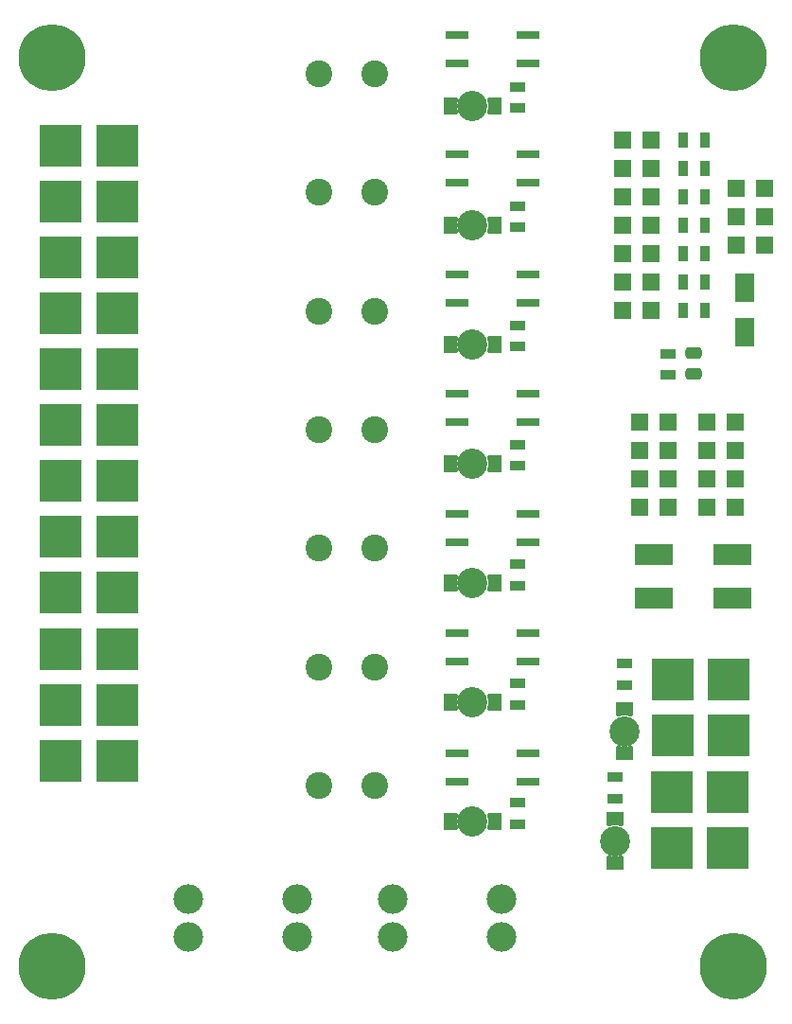
<source format=gbr>
%TF.GenerationSoftware,KiCad,Pcbnew,6.0.11+dfsg-1~bpo11+1*%
%TF.CreationDate,2023-04-13T01:07:49+00:00*%
%TF.ProjectId,ISO11446PWR01,49534f31-3134-4343-9650-575230312e6b,rev?*%
%TF.SameCoordinates,Original*%
%TF.FileFunction,Soldermask,Bot*%
%TF.FilePolarity,Negative*%
%FSLAX46Y46*%
G04 Gerber Fmt 4.6, Leading zero omitted, Abs format (unit mm)*
G04 Created by KiCad (PCBNEW 6.0.11+dfsg-1~bpo11+1) date 2023-04-13 01:07:49*
%MOMM*%
%LPD*%
G01*
G04 APERTURE LIST*
G04 Aperture macros list*
%AMRoundRect*
0 Rectangle with rounded corners*
0 $1 Rounding radius*
0 $2 $3 $4 $5 $6 $7 $8 $9 X,Y pos of 4 corners*
0 Add a 4 corners polygon primitive as box body*
4,1,4,$2,$3,$4,$5,$6,$7,$8,$9,$2,$3,0*
0 Add four circle primitives for the rounded corners*
1,1,$1+$1,$2,$3*
1,1,$1+$1,$4,$5*
1,1,$1+$1,$6,$7*
1,1,$1+$1,$8,$9*
0 Add four rect primitives between the rounded corners*
20,1,$1+$1,$2,$3,$4,$5,0*
20,1,$1+$1,$4,$5,$6,$7,0*
20,1,$1+$1,$6,$7,$8,$9,0*
20,1,$1+$1,$8,$9,$2,$3,0*%
%AMFreePoly0*
4,1,23,0.405000,0.745865,0.430885,0.748318,0.514326,0.717475,0.576139,0.653497,0.604092,0.569043,0.592655,0.480821,0.586333,0.471118,0.535041,0.293601,0.507443,0.099107,0.507318,-0.097336,0.534670,-0.291865,0.585847,-0.469827,0.592286,-0.479814,0.603303,-0.568089,0.574948,-0.652409,0.512833,-0.716092,0.429245,-0.746538,0.405000,-0.744124,0.405000,-0.750000,-0.645000,-0.750000,
-0.645000,0.750000,0.405000,0.750000,0.405000,0.745865,0.405000,0.745865,$1*%
G04 Aperture macros list end*
%ADD10R,3.810000X3.810000*%
%ADD11C,6.000000*%
%ADD12C,2.400000*%
%ADD13C,2.650000*%
%ADD14R,1.524000X1.524000*%
%ADD15C,2.700000*%
%ADD16FreePoly0,180.000000*%
%ADD17FreePoly0,0.000000*%
%ADD18R,0.889000X1.397000*%
%ADD19R,2.000000X0.640000*%
%ADD20R,1.397000X0.889000*%
%ADD21FreePoly0,90.000000*%
%ADD22FreePoly0,270.000000*%
%ADD23R,3.400000X1.900000*%
%ADD24RoundRect,0.250000X-0.475000X0.250000X-0.475000X-0.250000X0.475000X-0.250000X0.475000X0.250000X0*%
%ADD25R,1.800000X2.500000*%
G04 APERTURE END LIST*
D10*
%TO.C,J3*%
X15928100Y73544000D03*
X10928100Y73544000D03*
%TD*%
D11*
%TO.C,M2*%
X71120000Y91440000D03*
%TD*%
D10*
%TO.C,J4*%
X10928100Y68544000D03*
X15928100Y68544000D03*
%TD*%
D11*
%TO.C,M4*%
X71120000Y10160000D03*
%TD*%
D10*
%TO.C,J21*%
X65597750Y20712000D03*
X70597750Y20712000D03*
%TD*%
D12*
%TO.C,R5*%
X34000000Y47544288D03*
X39000000Y47544288D03*
%TD*%
D10*
%TO.C,J1*%
X15928100Y83544000D03*
X10928100Y83544000D03*
%TD*%
%TO.C,J19*%
X70597750Y25712000D03*
X65597750Y25712000D03*
%TD*%
%TO.C,J7*%
X10928100Y53544000D03*
X15928100Y53544000D03*
%TD*%
D13*
%TO.C,F5*%
X22308000Y16178000D03*
X22308000Y12778000D03*
X32048000Y16178000D03*
X32048000Y12778000D03*
%TD*%
D10*
%TO.C,J13*%
X10928100Y28544000D03*
X15928100Y28544000D03*
%TD*%
D12*
%TO.C,R2*%
X34000000Y79386072D03*
X39000000Y79386072D03*
%TD*%
D10*
%TO.C,J22*%
X70677000Y30812000D03*
X65677000Y30812000D03*
%TD*%
D14*
%TO.C,J15*%
X61214000Y84074000D03*
X63754000Y84074000D03*
X61214000Y81534000D03*
X63754000Y81534000D03*
X61214000Y78994000D03*
X63754000Y78994000D03*
X61214000Y76454000D03*
X63754000Y76454000D03*
X61214000Y73914000D03*
X63754000Y73914000D03*
X61214000Y71374000D03*
X63754000Y71374000D03*
X61214000Y68834000D03*
X63754000Y68834000D03*
%TD*%
D10*
%TO.C,J5*%
X15928100Y63544000D03*
X10928100Y63544000D03*
%TD*%
%TO.C,J9*%
X10928100Y43544000D03*
X15928100Y43544000D03*
%TD*%
D11*
%TO.C,M3*%
X10160000Y10160000D03*
%TD*%
D12*
%TO.C,R6*%
X34000000Y36930360D03*
X39000000Y36930360D03*
%TD*%
D10*
%TO.C,J20*%
X65677000Y35812000D03*
X70677000Y35812000D03*
%TD*%
D12*
%TO.C,R1*%
X34000000Y90000000D03*
X39000000Y90000000D03*
%TD*%
D10*
%TO.C,J10*%
X10928100Y38544000D03*
X15928100Y38544000D03*
%TD*%
D11*
%TO.C,M1*%
X10160000Y91440000D03*
%TD*%
D10*
%TO.C,J2*%
X10928100Y78544000D03*
X15928100Y78544000D03*
%TD*%
D13*
%TO.C,F4*%
X50336000Y12778000D03*
X50336000Y16178000D03*
X40596000Y12778000D03*
X40596000Y16178000D03*
%TD*%
D12*
%TO.C,R3*%
X34000000Y68772144D03*
X39000000Y68772144D03*
%TD*%
D14*
%TO.C,J16*%
X68730000Y58810000D03*
X71270000Y58810000D03*
X68730000Y56270000D03*
X71270000Y56270000D03*
X68730000Y53730000D03*
X71270000Y53730000D03*
X68730000Y51190000D03*
X71270000Y51190000D03*
%TD*%
D12*
%TO.C,R7*%
X34000000Y26316432D03*
X39000000Y26316432D03*
%TD*%
D10*
%TO.C,J6*%
X10928100Y58544000D03*
X15928100Y58544000D03*
%TD*%
D14*
%TO.C,J18*%
X62730000Y58810000D03*
X65270000Y58810000D03*
X62730000Y56270000D03*
X65270000Y56270000D03*
X62730000Y53730000D03*
X65270000Y53730000D03*
X62730000Y51190000D03*
X65270000Y51190000D03*
%TD*%
D10*
%TO.C,J11*%
X15928100Y33544000D03*
X10928100Y33544000D03*
%TD*%
D12*
%TO.C,R4*%
X34000000Y58158216D03*
X39000000Y58158216D03*
%TD*%
D10*
%TO.C,J8*%
X10928100Y48544000D03*
X15928100Y48544000D03*
%TD*%
D14*
%TO.C,J14*%
X73914000Y74676000D03*
X71374000Y74676000D03*
X73914000Y77216000D03*
X71374000Y77216000D03*
X73914000Y79756000D03*
X71374000Y79756000D03*
%TD*%
D15*
%TO.C,D5*%
X47752000Y55118000D03*
D16*
X49657000Y55118000D03*
D17*
X45847000Y55118000D03*
%TD*%
D18*
%TO.C,R17*%
X68516500Y71374000D03*
X66611500Y71374000D03*
%TD*%
D19*
%TO.C,U2*%
X46380000Y80221667D03*
X46380000Y82761667D03*
X52680000Y82761667D03*
X52680000Y80221667D03*
%TD*%
D20*
%TO.C,C1*%
X65278000Y64960500D03*
X65278000Y63055500D03*
%TD*%
D18*
%TO.C,R12*%
X68516500Y78994000D03*
X66611500Y78994000D03*
%TD*%
D15*
%TO.C,D10*%
X61338500Y31162000D03*
D21*
X61338500Y29257000D03*
D22*
X61338500Y33067000D03*
%TD*%
D19*
%TO.C,U5*%
X46380000Y48090668D03*
X46380000Y50630668D03*
X52680000Y50630668D03*
X52680000Y48090668D03*
%TD*%
D15*
%TO.C,D9*%
X60510750Y21326000D03*
D21*
X60510750Y19421000D03*
D22*
X60510750Y23231000D03*
%TD*%
D20*
%TO.C,R11*%
X51816000Y76252917D03*
X51816000Y78157917D03*
%TD*%
D19*
%TO.C,U4*%
X46380000Y58801001D03*
X46380000Y61341001D03*
X52680000Y61341001D03*
X52680000Y58801001D03*
%TD*%
D18*
%TO.C,R8*%
X68516500Y84074000D03*
X66611500Y84074000D03*
%TD*%
%TO.C,R16*%
X68516500Y73914000D03*
X66611500Y73914000D03*
%TD*%
D15*
%TO.C,D3*%
X47752000Y76454000D03*
D16*
X49657000Y76454000D03*
D17*
X45847000Y76454000D03*
%TD*%
D15*
%TO.C,D8*%
X47752000Y23114000D03*
D16*
X49657000Y23114000D03*
D17*
X45847000Y23114000D03*
%TD*%
D23*
%TO.C,F3*%
X64000000Y43050000D03*
X64000000Y46950000D03*
%TD*%
D20*
%TO.C,R15*%
X51816000Y54895751D03*
X51816000Y56800751D03*
%TD*%
D23*
%TO.C,F1*%
X71000000Y43050000D03*
X71000000Y46950000D03*
%TD*%
D18*
%TO.C,R13*%
X68516500Y76454000D03*
X66611500Y76454000D03*
%TD*%
D20*
%TO.C,R23*%
X61338500Y37194500D03*
X61338500Y35289500D03*
%TD*%
%TO.C,R20*%
X51816000Y33538585D03*
X51816000Y35443585D03*
%TD*%
D15*
%TO.C,D7*%
X47752000Y33782000D03*
D16*
X49657000Y33782000D03*
D17*
X45847000Y33782000D03*
%TD*%
D15*
%TO.C,D4*%
X47752000Y65786000D03*
D16*
X49657000Y65786000D03*
D17*
X45847000Y65786000D03*
%TD*%
D15*
%TO.C,D6*%
X47752000Y44450000D03*
D16*
X49657000Y44450000D03*
D17*
X45847000Y44450000D03*
%TD*%
D20*
%TO.C,R22*%
X60510750Y27041000D03*
X60510750Y25136000D03*
%TD*%
D24*
%TO.C,C2*%
X67564000Y65024000D03*
X67564000Y63124000D03*
%TD*%
D15*
%TO.C,D2*%
X47752000Y87122000D03*
D16*
X49657000Y87122000D03*
D17*
X45847000Y87122000D03*
%TD*%
D25*
%TO.C,D1*%
X72136000Y66834000D03*
X72136000Y70834000D03*
%TD*%
D19*
%TO.C,U3*%
X46380000Y69511334D03*
X46380000Y72051334D03*
X52680000Y72051334D03*
X52680000Y69511334D03*
%TD*%
%TO.C,U6*%
X46380000Y37380335D03*
X46380000Y39920335D03*
X52680000Y39920335D03*
X52680000Y37380335D03*
%TD*%
%TO.C,U1*%
X46380000Y90932000D03*
X46380000Y93472000D03*
X52680000Y93472000D03*
X52680000Y90932000D03*
%TD*%
D20*
%TO.C,R14*%
X51816000Y65574334D03*
X51816000Y67479334D03*
%TD*%
%TO.C,R10*%
X51816000Y86931500D03*
X51816000Y88836500D03*
%TD*%
D19*
%TO.C,U7*%
X46380000Y26670000D03*
X46380000Y29210000D03*
X52680000Y29210000D03*
X52680000Y26670000D03*
%TD*%
D20*
%TO.C,R19*%
X51816000Y44217168D03*
X51816000Y46122168D03*
%TD*%
D18*
%TO.C,R18*%
X68516500Y68834000D03*
X66611500Y68834000D03*
%TD*%
%TO.C,R9*%
X68516500Y81534000D03*
X66611500Y81534000D03*
%TD*%
D20*
%TO.C,R21*%
X51816000Y22860000D03*
X51816000Y24765000D03*
%TD*%
M02*

</source>
